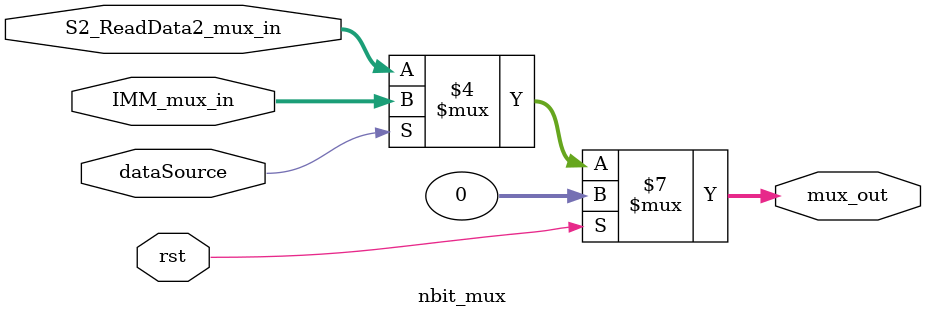
<source format=v>
`timescale 1ns / 1ps


module nbit_mux(
    input [31:0]        S2_ReadData2_mux_in,
    input [31:0]        IMM_mux_in,
    input               dataSource,
    input               rst,
    output reg [31:0]   mux_out
    );
    
    always @ (*) begin
        if (rst) begin
            mux_out <= 32'b0;
        end
        else if (dataSource == 1) begin
            mux_out <= IMM_mux_in;
        end
        else begin
            mux_out <= S2_ReadData2_mux_in;
        end
    end
endmodule

</source>
